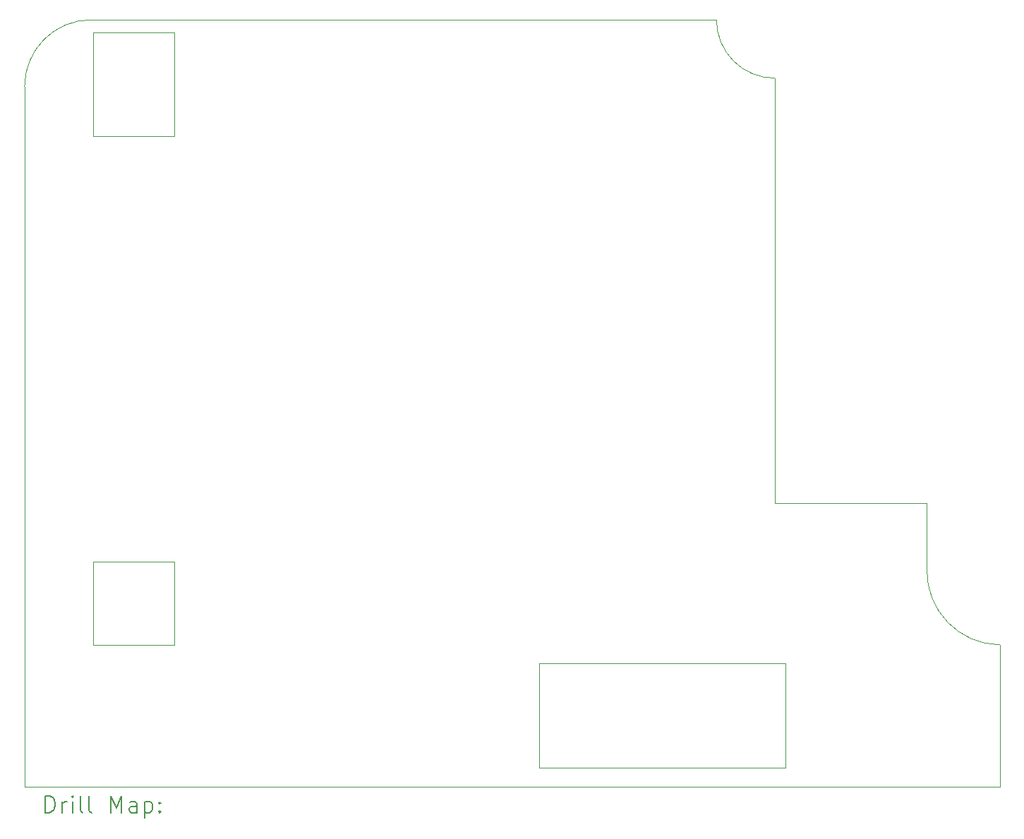
<source format=gbr>
%FSLAX45Y45*%
G04 Gerber Fmt 4.5, Leading zero omitted, Abs format (unit mm)*
G04 Created by KiCad (PCBNEW (5.99.0-12766-g4a3658027e)) date 2021-10-30 19:20:24*
%MOMM*%
%LPD*%
G01*
G04 APERTURE LIST*
%TA.AperFunction,Profile*%
%ADD10C,0.050000*%
%TD*%
%ADD11C,0.200000*%
G04 APERTURE END LIST*
D10*
X19425000Y-11675000D02*
X18450000Y-11675000D01*
X17625000Y-20725000D02*
X29325000Y-20725000D01*
X26750000Y-19250000D02*
X23800000Y-19250000D01*
X18450000Y-12925000D02*
X19425000Y-12925000D01*
X23800000Y-20500000D02*
X26750000Y-20500000D01*
X26625000Y-12225000D02*
X26625000Y-17325000D01*
X28450000Y-17325000D02*
X26625000Y-17325000D01*
X29325000Y-20725000D02*
X29325000Y-19025000D01*
X25925000Y-11525000D02*
G75*
G03*
X26625000Y-12225000I700000J0D01*
G01*
X18450000Y-11675000D02*
X18450000Y-12925000D01*
X18425000Y-11525000D02*
G75*
G03*
X17625000Y-12325000I0J-800000D01*
G01*
X28450000Y-18125000D02*
X28450000Y-17325000D01*
X19425000Y-12925000D02*
X19425000Y-11675000D01*
X18450000Y-18025000D02*
X18450000Y-19025000D01*
X29325000Y-19025000D02*
G75*
G02*
X28450000Y-18125000I12500J887500D01*
G01*
X17625000Y-20725000D02*
X17625000Y-12325000D01*
X26750000Y-20500000D02*
X26750000Y-19250000D01*
X18425000Y-11525000D02*
X23025000Y-11525000D01*
X19425000Y-19025000D02*
X19425000Y-18025000D01*
X23800000Y-19250000D02*
X23800000Y-20500000D01*
X18450000Y-19025000D02*
X19425000Y-19025000D01*
X23025000Y-11525000D02*
X25925000Y-11525000D01*
X19425000Y-18025000D02*
X18450000Y-18025000D01*
D11*
X17875119Y-21037976D02*
X17875119Y-20837976D01*
X17922738Y-20837976D01*
X17951310Y-20847500D01*
X17970357Y-20866548D01*
X17979881Y-20885595D01*
X17989405Y-20923690D01*
X17989405Y-20952262D01*
X17979881Y-20990357D01*
X17970357Y-21009405D01*
X17951310Y-21028452D01*
X17922738Y-21037976D01*
X17875119Y-21037976D01*
X18075119Y-21037976D02*
X18075119Y-20904643D01*
X18075119Y-20942738D02*
X18084643Y-20923690D01*
X18094167Y-20914167D01*
X18113214Y-20904643D01*
X18132262Y-20904643D01*
X18198929Y-21037976D02*
X18198929Y-20904643D01*
X18198929Y-20837976D02*
X18189405Y-20847500D01*
X18198929Y-20857024D01*
X18208452Y-20847500D01*
X18198929Y-20837976D01*
X18198929Y-20857024D01*
X18322738Y-21037976D02*
X18303690Y-21028452D01*
X18294167Y-21009405D01*
X18294167Y-20837976D01*
X18427500Y-21037976D02*
X18408452Y-21028452D01*
X18398929Y-21009405D01*
X18398929Y-20837976D01*
X18656071Y-21037976D02*
X18656071Y-20837976D01*
X18722738Y-20980833D01*
X18789405Y-20837976D01*
X18789405Y-21037976D01*
X18970357Y-21037976D02*
X18970357Y-20933214D01*
X18960833Y-20914167D01*
X18941786Y-20904643D01*
X18903690Y-20904643D01*
X18884643Y-20914167D01*
X18970357Y-21028452D02*
X18951310Y-21037976D01*
X18903690Y-21037976D01*
X18884643Y-21028452D01*
X18875119Y-21009405D01*
X18875119Y-20990357D01*
X18884643Y-20971310D01*
X18903690Y-20961786D01*
X18951310Y-20961786D01*
X18970357Y-20952262D01*
X19065595Y-20904643D02*
X19065595Y-21104643D01*
X19065595Y-20914167D02*
X19084643Y-20904643D01*
X19122738Y-20904643D01*
X19141786Y-20914167D01*
X19151310Y-20923690D01*
X19160833Y-20942738D01*
X19160833Y-20999881D01*
X19151310Y-21018929D01*
X19141786Y-21028452D01*
X19122738Y-21037976D01*
X19084643Y-21037976D01*
X19065595Y-21028452D01*
X19246548Y-21018929D02*
X19256071Y-21028452D01*
X19246548Y-21037976D01*
X19237024Y-21028452D01*
X19246548Y-21018929D01*
X19246548Y-21037976D01*
X19246548Y-20914167D02*
X19256071Y-20923690D01*
X19246548Y-20933214D01*
X19237024Y-20923690D01*
X19246548Y-20914167D01*
X19246548Y-20933214D01*
M02*

</source>
